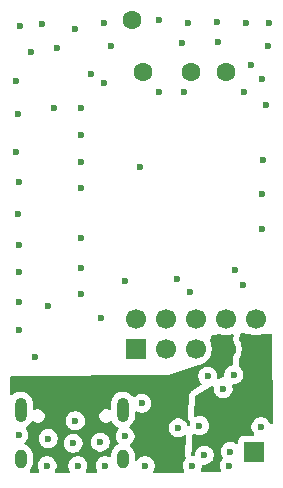
<source format=gbr>
%TF.GenerationSoftware,KiCad,Pcbnew,9.0.4*%
%TF.CreationDate,2025-09-28T00:51:42+02:00*%
%TF.ProjectId,BTM308-host-bottom,42544d33-3038-42d6-986f-73742d626f74,rev?*%
%TF.SameCoordinates,Original*%
%TF.FileFunction,Copper,L3,Inr*%
%TF.FilePolarity,Positive*%
%FSLAX46Y46*%
G04 Gerber Fmt 4.6, Leading zero omitted, Abs format (unit mm)*
G04 Created by KiCad (PCBNEW 9.0.4) date 2025-09-28 00:51:42*
%MOMM*%
%LPD*%
G01*
G04 APERTURE LIST*
%TA.AperFunction,ComponentPad*%
%ADD10R,1.700000X1.700000*%
%TD*%
%TA.AperFunction,ComponentPad*%
%ADD11C,1.700000*%
%TD*%
%TA.AperFunction,ComponentPad*%
%ADD12C,1.600000*%
%TD*%
%TA.AperFunction,HeatsinkPad*%
%ADD13O,1.000000X2.100000*%
%TD*%
%TA.AperFunction,HeatsinkPad*%
%ADD14O,1.000000X1.600000*%
%TD*%
%TA.AperFunction,ViaPad*%
%ADD15C,0.600000*%
%TD*%
G04 APERTURE END LIST*
D10*
%TO.N,AGND*%
%TO.C,J1*%
X155420000Y-85127500D03*
D11*
X155420000Y-82587500D03*
X157960000Y-85127500D03*
%TO.N,/SPK_AN*%
X157960000Y-82587500D03*
%TO.N,GND*%
X160500000Y-85127500D03*
%TO.N,/SPK_AP*%
X160500000Y-82587500D03*
%TO.N,/VCHG*%
X163040000Y-85127500D03*
%TO.N,/SPK_BP*%
X163040000Y-82587500D03*
%TO.N,/VBAT*%
X165580000Y-85127500D03*
%TO.N,/SPK_BN*%
X165580000Y-82587500D03*
%TD*%
D10*
%TO.N,GND*%
%TO.C,J4*%
X165400000Y-93800000D03*
%TD*%
%TO.N,/VBAT*%
%TO.C,J3*%
X165400000Y-88900000D03*
%TD*%
D12*
%TO.N,GND*%
%TO.C,U3*%
X155050000Y-57300000D03*
%TO.N,Net-(U3-Tip)*%
X156050000Y-61700000D03*
%TO.N,Net-(U3-Ring1)*%
X160050000Y-61700000D03*
%TO.N,unconnected-(U3-Ring2-Pad4)*%
X163050000Y-61700000D03*
%TD*%
D13*
%TO.N,GND*%
%TO.C,J2*%
X145680000Y-90267500D03*
D14*
X145680000Y-94447500D03*
D13*
X154320000Y-90267500D03*
D14*
X154320000Y-94447500D03*
%TD*%
D15*
%TO.N,GND*%
X153300000Y-59500000D03*
X164600000Y-63400000D03*
X157400000Y-63400000D03*
X154500000Y-79400000D03*
X146500000Y-60000000D03*
X145500000Y-76300000D03*
X145500000Y-81100000D03*
X145500000Y-83500000D03*
X145500000Y-71000000D03*
X156200000Y-95000000D03*
X160800000Y-91600000D03*
X166100000Y-62300000D03*
X147500000Y-57600000D03*
X145400000Y-73700000D03*
X160000000Y-80300000D03*
X163700000Y-87300000D03*
X160200000Y-95000000D03*
X166400000Y-64500000D03*
X166700000Y-57500000D03*
X151600000Y-61800000D03*
X166100000Y-72000000D03*
X148000000Y-92700000D03*
X166200000Y-69100000D03*
X150300000Y-91200000D03*
X145300000Y-68400000D03*
X162400000Y-59100000D03*
X166600000Y-59500000D03*
X164500000Y-79700000D03*
X159500000Y-63400000D03*
X146900000Y-85800000D03*
X155900000Y-89700000D03*
X150300000Y-58000000D03*
X166000000Y-91700000D03*
X145500000Y-92400000D03*
X166100000Y-75000000D03*
X163400000Y-93800000D03*
X162300000Y-57400000D03*
X159000000Y-91800000D03*
X152800000Y-95000000D03*
X145300000Y-62400000D03*
X147900000Y-95000000D03*
X164700000Y-57500000D03*
X154500000Y-92500000D03*
X162800000Y-88500000D03*
X148000000Y-81500000D03*
X159800000Y-57500000D03*
X163800000Y-78400000D03*
X152700000Y-62600000D03*
X150100000Y-93100000D03*
X150500000Y-95000000D03*
X159300000Y-59200000D03*
X145400000Y-65200000D03*
X152400000Y-93000000D03*
X158900000Y-79200000D03*
X163300000Y-95000000D03*
X145500000Y-78600000D03*
X161500000Y-87400000D03*
X148700000Y-59600000D03*
X161200000Y-94100000D03*
X145600000Y-57800000D03*
X165200000Y-61100000D03*
X157400000Y-57300000D03*
X152700000Y-57500000D03*
%TO.N,/VCHG*%
X148400000Y-90700000D03*
X156900000Y-91800000D03*
X151800000Y-90800000D03*
%TO.N,/VBAT*%
X163600000Y-91100000D03*
%TO.N,AGND*%
X148500000Y-64750000D03*
X155750000Y-69750000D03*
X150750000Y-67000000D03*
X150750000Y-78250000D03*
X152500000Y-82500000D03*
X150750000Y-69250000D03*
X150750000Y-64750000D03*
X150750000Y-71500000D03*
X150750000Y-80500000D03*
X150750000Y-75750000D03*
%TD*%
%TA.AperFunction,Conductor*%
%TO.N,/VBAT*%
G36*
X164989999Y-83816458D02*
G01*
X165043706Y-83829945D01*
X165061588Y-83839057D01*
X165263757Y-83904746D01*
X165473713Y-83938000D01*
X165473714Y-83938000D01*
X165686286Y-83938000D01*
X165686287Y-83938000D01*
X165896243Y-83904746D01*
X166077053Y-83845996D01*
X166117939Y-83839957D01*
X166839003Y-83854979D01*
X166905618Y-83876056D01*
X166950263Y-83929801D01*
X166960419Y-83978522D01*
X166986016Y-91364829D01*
X166966564Y-91431937D01*
X166913919Y-91477874D01*
X166844795Y-91488057D01*
X166781140Y-91459253D01*
X166747456Y-91412711D01*
X166709397Y-91320827D01*
X166709390Y-91320814D01*
X166621789Y-91189711D01*
X166621786Y-91189707D01*
X166510292Y-91078213D01*
X166510288Y-91078210D01*
X166379185Y-90990609D01*
X166379172Y-90990602D01*
X166233501Y-90930264D01*
X166233489Y-90930261D01*
X166078845Y-90899500D01*
X166078842Y-90899500D01*
X165921158Y-90899500D01*
X165921155Y-90899500D01*
X165766510Y-90930261D01*
X165766498Y-90930264D01*
X165620827Y-90990602D01*
X165620814Y-90990609D01*
X165489711Y-91078210D01*
X165489707Y-91078213D01*
X165378213Y-91189707D01*
X165378210Y-91189711D01*
X165290609Y-91320814D01*
X165290602Y-91320827D01*
X165230264Y-91466498D01*
X165230261Y-91466510D01*
X165199500Y-91621153D01*
X165199500Y-91778846D01*
X165230261Y-91933489D01*
X165230264Y-91933501D01*
X165290602Y-92079172D01*
X165290609Y-92079185D01*
X165378210Y-92210288D01*
X165378213Y-92210292D01*
X165405740Y-92237819D01*
X165439225Y-92299142D01*
X165434241Y-92368834D01*
X165392369Y-92424767D01*
X165326905Y-92449184D01*
X165318059Y-92449500D01*
X164502129Y-92449500D01*
X164502123Y-92449501D01*
X164442516Y-92455908D01*
X164307671Y-92506202D01*
X164307664Y-92506206D01*
X164192455Y-92592452D01*
X164192452Y-92592455D01*
X164106206Y-92707664D01*
X164106202Y-92707671D01*
X164055908Y-92842517D01*
X164049501Y-92902116D01*
X164049500Y-92902135D01*
X164049500Y-93039240D01*
X164029815Y-93106279D01*
X163977011Y-93152034D01*
X163907853Y-93161978D01*
X163856610Y-93142342D01*
X163779190Y-93090612D01*
X163779172Y-93090602D01*
X163633501Y-93030264D01*
X163633489Y-93030261D01*
X163478845Y-92999500D01*
X163478842Y-92999500D01*
X163321158Y-92999500D01*
X163321155Y-92999500D01*
X163166510Y-93030261D01*
X163166498Y-93030264D01*
X163020827Y-93090602D01*
X163020814Y-93090609D01*
X162889711Y-93178210D01*
X162889707Y-93178213D01*
X162778213Y-93289707D01*
X162778210Y-93289711D01*
X162690609Y-93420814D01*
X162690602Y-93420827D01*
X162630264Y-93566498D01*
X162630261Y-93566510D01*
X162599500Y-93721153D01*
X162599500Y-93878846D01*
X162630261Y-94033489D01*
X162630264Y-94033501D01*
X162690602Y-94179172D01*
X162690609Y-94179185D01*
X162753485Y-94273285D01*
X162774363Y-94339963D01*
X162755878Y-94407343D01*
X162738064Y-94429857D01*
X162678213Y-94489707D01*
X162678210Y-94489711D01*
X162590609Y-94620814D01*
X162590602Y-94620827D01*
X162530264Y-94766498D01*
X162530261Y-94766510D01*
X162499500Y-94921153D01*
X162499500Y-95078846D01*
X162530261Y-95233489D01*
X162530264Y-95233501D01*
X162581834Y-95358004D01*
X162589303Y-95427474D01*
X162558027Y-95489953D01*
X162497938Y-95525604D01*
X162470814Y-95529405D01*
X161016752Y-95570949D01*
X160949178Y-95553187D01*
X160901934Y-95501712D01*
X160890019Y-95432865D01*
X160907545Y-95385101D01*
X160906521Y-95384554D01*
X160909390Y-95379184D01*
X160909394Y-95379179D01*
X160969737Y-95233497D01*
X161000500Y-95078842D01*
X161000500Y-95024500D01*
X161020185Y-94957461D01*
X161072989Y-94911706D01*
X161124500Y-94900500D01*
X161278844Y-94900500D01*
X161278845Y-94900499D01*
X161433497Y-94869737D01*
X161579179Y-94809394D01*
X161710289Y-94721789D01*
X161821789Y-94610289D01*
X161909394Y-94479179D01*
X161969737Y-94333497D01*
X162000500Y-94178842D01*
X162000500Y-94021158D01*
X162000500Y-94021155D01*
X162000499Y-94021153D01*
X161969738Y-93866510D01*
X161969737Y-93866503D01*
X161909532Y-93721153D01*
X161909397Y-93720827D01*
X161909390Y-93720814D01*
X161821789Y-93589711D01*
X161821786Y-93589707D01*
X161710292Y-93478213D01*
X161710288Y-93478210D01*
X161579185Y-93390609D01*
X161579172Y-93390602D01*
X161433501Y-93330264D01*
X161433489Y-93330261D01*
X161278845Y-93299500D01*
X161278842Y-93299500D01*
X161121158Y-93299500D01*
X161121155Y-93299500D01*
X160966510Y-93330261D01*
X160966498Y-93330264D01*
X160820827Y-93390602D01*
X160820814Y-93390609D01*
X160689711Y-93478210D01*
X160689707Y-93478213D01*
X160578213Y-93589707D01*
X160578210Y-93589711D01*
X160490609Y-93720814D01*
X160490602Y-93720827D01*
X160430264Y-93866498D01*
X160430261Y-93866510D01*
X160399500Y-94021153D01*
X160399500Y-94075500D01*
X160379815Y-94142539D01*
X160327011Y-94188294D01*
X160275500Y-94199500D01*
X160218050Y-94199500D01*
X160151011Y-94179815D01*
X160105256Y-94127011D01*
X160094284Y-94067884D01*
X160125138Y-93566510D01*
X160197868Y-92384635D01*
X160221633Y-92318933D01*
X160277148Y-92276508D01*
X160346787Y-92270831D01*
X160390523Y-92289150D01*
X160420821Y-92309394D01*
X160420823Y-92309395D01*
X160420827Y-92309397D01*
X160564323Y-92368834D01*
X160566503Y-92369737D01*
X160690582Y-92394418D01*
X160721153Y-92400499D01*
X160721156Y-92400500D01*
X160721158Y-92400500D01*
X160878844Y-92400500D01*
X160878845Y-92400499D01*
X161033497Y-92369737D01*
X161179179Y-92309394D01*
X161310289Y-92221789D01*
X161421789Y-92110289D01*
X161509394Y-91979179D01*
X161569737Y-91833497D01*
X161600500Y-91678842D01*
X161600500Y-91521158D01*
X161600500Y-91521155D01*
X161600499Y-91521153D01*
X161588186Y-91459253D01*
X161569737Y-91366503D01*
X161550812Y-91320814D01*
X161509397Y-91220827D01*
X161509390Y-91220814D01*
X161421789Y-91089711D01*
X161421786Y-91089707D01*
X161310292Y-90978213D01*
X161310288Y-90978210D01*
X161179185Y-90890609D01*
X161179172Y-90890602D01*
X161033501Y-90830264D01*
X161033489Y-90830261D01*
X160878845Y-90799500D01*
X160878842Y-90799500D01*
X160721158Y-90799500D01*
X160721155Y-90799500D01*
X160566510Y-90830261D01*
X160566503Y-90830263D01*
X160469792Y-90870321D01*
X160400323Y-90877789D01*
X160337844Y-90846513D01*
X160302192Y-90786424D01*
X160298575Y-90748148D01*
X160395972Y-89165450D01*
X160419737Y-89099747D01*
X160456362Y-89066486D01*
X161821607Y-88254719D01*
X161889286Y-88237378D01*
X161955601Y-88259381D01*
X161999493Y-88313743D01*
X162007026Y-88383205D01*
X162006594Y-88385493D01*
X161999500Y-88421158D01*
X161999500Y-88578846D01*
X162030261Y-88733489D01*
X162030264Y-88733501D01*
X162090602Y-88879172D01*
X162090609Y-88879185D01*
X162178210Y-89010288D01*
X162178213Y-89010292D01*
X162289707Y-89121786D01*
X162289711Y-89121789D01*
X162420814Y-89209390D01*
X162420827Y-89209397D01*
X162566498Y-89269735D01*
X162566503Y-89269737D01*
X162721153Y-89300499D01*
X162721156Y-89300500D01*
X162721158Y-89300500D01*
X162878844Y-89300500D01*
X162878845Y-89300499D01*
X163033497Y-89269737D01*
X163179179Y-89209394D01*
X163310289Y-89121789D01*
X163421789Y-89010289D01*
X163509394Y-88879179D01*
X163569737Y-88733497D01*
X163600500Y-88578842D01*
X163600500Y-88421158D01*
X163600500Y-88421155D01*
X163600499Y-88421153D01*
X163592951Y-88383205D01*
X163569737Y-88266503D01*
X163569732Y-88266492D01*
X163567969Y-88260676D01*
X163570720Y-88259841D01*
X163564497Y-88202641D01*
X163595691Y-88140122D01*
X163655734Y-88104392D01*
X163686555Y-88100500D01*
X163778844Y-88100500D01*
X163778845Y-88100499D01*
X163933497Y-88069737D01*
X164079179Y-88009394D01*
X164210289Y-87921789D01*
X164321789Y-87810289D01*
X164409394Y-87679179D01*
X164469737Y-87533497D01*
X164500500Y-87378842D01*
X164500500Y-87221158D01*
X164500500Y-87221155D01*
X164500499Y-87221153D01*
X164469738Y-87066510D01*
X164469737Y-87066503D01*
X164450815Y-87020821D01*
X164409397Y-86920827D01*
X164409390Y-86920814D01*
X164321789Y-86789711D01*
X164321786Y-86789707D01*
X164210292Y-86678213D01*
X164210288Y-86678210D01*
X164166595Y-86649015D01*
X164121790Y-86595403D01*
X164111550Y-86541920D01*
X164130296Y-85960820D01*
X164152131Y-85894454D01*
X164153869Y-85891997D01*
X164195051Y-85835316D01*
X164291557Y-85645912D01*
X164357246Y-85443743D01*
X164390500Y-85233787D01*
X164390500Y-85021213D01*
X164357246Y-84811257D01*
X164291557Y-84609088D01*
X164195383Y-84420337D01*
X164181933Y-84360049D01*
X164196047Y-83922526D01*
X164217883Y-83856158D01*
X164272135Y-83812129D01*
X164322563Y-83802553D01*
X164989999Y-83816458D01*
G37*
%TD.AperFunction*%
%TD*%
%TA.AperFunction,Conductor*%
%TO.N,/VCHG*%
G36*
X163656128Y-83883525D02*
G01*
X163686956Y-83946226D01*
X163688708Y-83971369D01*
X163676696Y-84343757D01*
X163682966Y-84410524D01*
X163688562Y-84470118D01*
X163702012Y-84530406D01*
X163744980Y-84649830D01*
X163744982Y-84649835D01*
X163818659Y-84794435D01*
X163826105Y-84812410D01*
X163861179Y-84920354D01*
X163865721Y-84939274D01*
X163883473Y-85051352D01*
X163885000Y-85070751D01*
X163885000Y-85184247D01*
X163883473Y-85203645D01*
X163865721Y-85315724D01*
X163861179Y-85334645D01*
X163826106Y-85442586D01*
X163818660Y-85460562D01*
X163767136Y-85561683D01*
X163756975Y-85578266D01*
X163750495Y-85587185D01*
X163744914Y-85594868D01*
X163743082Y-85597422D01*
X163741118Y-85600162D01*
X163739443Y-85602531D01*
X163735912Y-85607586D01*
X163671951Y-85736471D01*
X163671950Y-85736473D01*
X163650168Y-85802678D01*
X163650115Y-85802837D01*
X163625059Y-85944517D01*
X163625059Y-85944522D01*
X163610239Y-86403892D01*
X163588402Y-86470262D01*
X163534151Y-86514291D01*
X163510497Y-86521511D01*
X163466505Y-86530262D01*
X163466498Y-86530264D01*
X163320827Y-86590602D01*
X163320814Y-86590609D01*
X163189711Y-86678210D01*
X163189707Y-86678213D01*
X163078213Y-86789707D01*
X163078210Y-86789711D01*
X162990609Y-86920814D01*
X162990602Y-86920827D01*
X162930264Y-87066498D01*
X162930261Y-87066510D01*
X162899500Y-87221153D01*
X162899500Y-87354471D01*
X162879815Y-87421510D01*
X162829864Y-87465918D01*
X162471234Y-87640859D01*
X162402351Y-87652559D01*
X162338078Y-87625161D01*
X162298820Y-87567362D01*
X162295253Y-87505219D01*
X162300500Y-87478842D01*
X162300500Y-87321155D01*
X162300499Y-87321153D01*
X162296291Y-87300000D01*
X162269737Y-87166503D01*
X162228314Y-87066498D01*
X162209397Y-87020827D01*
X162209390Y-87020814D01*
X162121789Y-86889711D01*
X162121786Y-86889707D01*
X162010292Y-86778213D01*
X162010288Y-86778210D01*
X161879185Y-86690609D01*
X161879172Y-86690602D01*
X161733501Y-86630264D01*
X161733489Y-86630261D01*
X161578845Y-86599500D01*
X161578842Y-86599500D01*
X161421158Y-86599500D01*
X161421155Y-86599500D01*
X161266510Y-86630261D01*
X161266498Y-86630264D01*
X161120827Y-86690602D01*
X161120814Y-86690609D01*
X160989711Y-86778210D01*
X160989707Y-86778213D01*
X160878213Y-86889707D01*
X160878210Y-86889711D01*
X160790609Y-87020814D01*
X160790602Y-87020827D01*
X160730264Y-87166498D01*
X160730261Y-87166510D01*
X160699500Y-87321153D01*
X160699500Y-87478846D01*
X160730261Y-87633489D01*
X160730264Y-87633501D01*
X160790602Y-87779172D01*
X160790609Y-87779185D01*
X160878210Y-87910288D01*
X160878213Y-87910292D01*
X160964407Y-87996486D01*
X160997892Y-88057809D01*
X160992908Y-88127501D01*
X160951036Y-88183434D01*
X160940099Y-88190749D01*
X160198023Y-88631984D01*
X160198015Y-88631989D01*
X160116518Y-88692272D01*
X160116515Y-88692274D01*
X160079887Y-88725538D01*
X160079886Y-88725539D01*
X160012073Y-88800847D01*
X159978225Y-88864328D01*
X159944377Y-88927808D01*
X159921665Y-88990602D01*
X159920548Y-88993689D01*
X159920225Y-88995380D01*
X159891425Y-89134402D01*
X159794028Y-90717108D01*
X159795316Y-90795694D01*
X159795316Y-90795699D01*
X159798933Y-90833970D01*
X159798935Y-90833991D01*
X159812391Y-90911428D01*
X159812395Y-90911440D01*
X159867450Y-91044357D01*
X159867456Y-91044368D01*
X159894887Y-91090602D01*
X159903105Y-91104452D01*
X159940508Y-91150867D01*
X159993382Y-91216481D01*
X159999872Y-91222524D01*
X159997778Y-91224772D01*
X160032037Y-91267265D01*
X160039521Y-91336733D01*
X160038668Y-91341027D01*
X160036307Y-91351909D01*
X160030263Y-91366503D01*
X159999500Y-91521158D01*
X159999500Y-91521609D01*
X159998178Y-91527705D01*
X159981946Y-91557474D01*
X159966228Y-91587524D01*
X159965262Y-91588073D01*
X159964731Y-91589049D01*
X159934989Y-91605312D01*
X159905512Y-91622098D01*
X159904401Y-91622038D01*
X159903428Y-91622571D01*
X159869636Y-91620174D01*
X159835743Y-91618358D01*
X159834841Y-91617707D01*
X159833733Y-91617629D01*
X159806569Y-91597320D01*
X159779071Y-91577491D01*
X159778321Y-91576201D01*
X159777774Y-91575792D01*
X159777217Y-91574302D01*
X159762435Y-91548873D01*
X159709397Y-91420827D01*
X159709390Y-91420814D01*
X159621789Y-91289711D01*
X159621786Y-91289707D01*
X159510292Y-91178213D01*
X159510288Y-91178210D01*
X159379185Y-91090609D01*
X159379172Y-91090602D01*
X159233501Y-91030264D01*
X159233489Y-91030261D01*
X159078845Y-90999500D01*
X159078842Y-90999500D01*
X158921158Y-90999500D01*
X158921155Y-90999500D01*
X158766510Y-91030261D01*
X158766498Y-91030264D01*
X158620827Y-91090602D01*
X158620814Y-91090609D01*
X158489711Y-91178210D01*
X158489707Y-91178213D01*
X158378213Y-91289707D01*
X158378210Y-91289711D01*
X158290609Y-91420814D01*
X158290602Y-91420827D01*
X158230264Y-91566498D01*
X158230261Y-91566510D01*
X158199500Y-91721153D01*
X158199500Y-91878846D01*
X158230261Y-92033489D01*
X158230264Y-92033501D01*
X158290602Y-92179172D01*
X158290609Y-92179185D01*
X158378210Y-92310288D01*
X158378213Y-92310292D01*
X158489707Y-92421786D01*
X158489711Y-92421789D01*
X158620814Y-92509390D01*
X158620827Y-92509397D01*
X158711335Y-92546886D01*
X158766503Y-92569737D01*
X158921153Y-92600499D01*
X158921156Y-92600500D01*
X158921158Y-92600500D01*
X159078844Y-92600500D01*
X159078845Y-92600499D01*
X159233497Y-92569737D01*
X159379179Y-92509394D01*
X159488769Y-92436167D01*
X159555446Y-92415290D01*
X159622826Y-92433774D01*
X159669517Y-92485753D01*
X159681426Y-92546886D01*
X159589738Y-94036838D01*
X159589737Y-94036841D01*
X159597268Y-94160107D01*
X159597268Y-94160110D01*
X159608241Y-94219243D01*
X159643279Y-94330174D01*
X159644700Y-94400030D01*
X159612720Y-94455200D01*
X159578213Y-94489708D01*
X159578208Y-94489714D01*
X159490609Y-94620814D01*
X159490602Y-94620827D01*
X159430264Y-94766498D01*
X159430261Y-94766510D01*
X159399500Y-94921153D01*
X159399500Y-95078846D01*
X159430261Y-95233489D01*
X159430264Y-95233501D01*
X159490602Y-95379172D01*
X159490611Y-95379188D01*
X159509288Y-95407141D01*
X159530165Y-95473818D01*
X159511680Y-95541198D01*
X159459700Y-95587888D01*
X159406191Y-95600030D01*
X156993737Y-95600153D01*
X156926697Y-95580472D01*
X156880939Y-95527670D01*
X156870992Y-95458512D01*
X156890631Y-95407260D01*
X156909388Y-95379188D01*
X156909391Y-95379183D01*
X156909394Y-95379179D01*
X156969737Y-95233497D01*
X157000500Y-95078842D01*
X157000500Y-94921158D01*
X157000500Y-94921155D01*
X157000499Y-94921153D01*
X156969737Y-94766503D01*
X156969735Y-94766498D01*
X156909397Y-94620827D01*
X156909390Y-94620814D01*
X156821789Y-94489711D01*
X156821786Y-94489707D01*
X156710292Y-94378213D01*
X156710288Y-94378210D01*
X156579185Y-94290609D01*
X156579172Y-94290602D01*
X156433501Y-94230264D01*
X156433489Y-94230261D01*
X156278845Y-94199500D01*
X156278842Y-94199500D01*
X156121158Y-94199500D01*
X156121155Y-94199500D01*
X155966510Y-94230261D01*
X155966498Y-94230264D01*
X155820827Y-94290602D01*
X155820814Y-94290609D01*
X155689711Y-94378210D01*
X155689707Y-94378213D01*
X155578213Y-94489707D01*
X155547602Y-94535520D01*
X155493989Y-94580324D01*
X155424664Y-94589031D01*
X155361637Y-94558876D01*
X155324918Y-94499432D01*
X155320500Y-94466628D01*
X155320500Y-94048956D01*
X155282052Y-93855670D01*
X155282051Y-93855669D01*
X155282051Y-93855665D01*
X155282049Y-93855660D01*
X155206635Y-93673592D01*
X155206628Y-93673579D01*
X155097139Y-93509718D01*
X155097136Y-93509714D01*
X154957785Y-93370363D01*
X154957741Y-93370334D01*
X154952333Y-93366720D01*
X154907528Y-93313111D01*
X154898818Y-93243787D01*
X154928970Y-93180758D01*
X154952328Y-93160516D01*
X155010289Y-93121789D01*
X155121789Y-93010289D01*
X155209394Y-92879179D01*
X155269737Y-92733497D01*
X155300500Y-92578842D01*
X155300500Y-92421158D01*
X155300500Y-92421155D01*
X155300499Y-92421153D01*
X155282419Y-92330261D01*
X155269737Y-92266503D01*
X155269735Y-92266498D01*
X155209397Y-92120827D01*
X155209390Y-92120814D01*
X155121789Y-91989711D01*
X155121786Y-91989707D01*
X155010292Y-91878213D01*
X155010288Y-91878210D01*
X154926141Y-91821984D01*
X154881336Y-91768371D01*
X154872629Y-91699046D01*
X154902784Y-91636019D01*
X154926139Y-91615781D01*
X154957782Y-91594639D01*
X155097139Y-91455282D01*
X155206632Y-91291414D01*
X155211840Y-91278842D01*
X155275140Y-91126019D01*
X155282051Y-91109335D01*
X155299893Y-91019637D01*
X155320500Y-90916043D01*
X155320500Y-90507532D01*
X155340185Y-90440493D01*
X155392989Y-90394738D01*
X155462147Y-90384794D01*
X155513391Y-90404430D01*
X155520815Y-90409390D01*
X155520821Y-90409394D01*
X155520823Y-90409395D01*
X155520827Y-90409397D01*
X155666498Y-90469735D01*
X155666503Y-90469737D01*
X155821153Y-90500499D01*
X155821156Y-90500500D01*
X155821158Y-90500500D01*
X155978844Y-90500500D01*
X155978845Y-90500499D01*
X156133497Y-90469737D01*
X156279179Y-90409394D01*
X156410289Y-90321789D01*
X156521789Y-90210289D01*
X156609394Y-90079179D01*
X156669737Y-89933497D01*
X156700500Y-89778842D01*
X156700500Y-89621158D01*
X156700500Y-89621155D01*
X156700499Y-89621153D01*
X156700062Y-89618956D01*
X156669737Y-89466503D01*
X156652824Y-89425670D01*
X156609397Y-89320827D01*
X156609390Y-89320814D01*
X156521789Y-89189711D01*
X156521786Y-89189707D01*
X156410292Y-89078213D01*
X156410288Y-89078210D01*
X156279185Y-88990609D01*
X156279172Y-88990602D01*
X156133501Y-88930264D01*
X156133489Y-88930261D01*
X155978845Y-88899500D01*
X155978842Y-88899500D01*
X155821158Y-88899500D01*
X155821155Y-88899500D01*
X155666510Y-88930261D01*
X155666498Y-88930264D01*
X155520827Y-88990602D01*
X155520814Y-88990609D01*
X155389711Y-89078210D01*
X155320562Y-89147359D01*
X155259238Y-89180843D01*
X155189547Y-89175858D01*
X155133613Y-89133987D01*
X155129792Y-89128588D01*
X155097139Y-89079718D01*
X155097137Y-89079715D01*
X154957785Y-88940363D01*
X154957781Y-88940360D01*
X154793920Y-88830871D01*
X154793907Y-88830864D01*
X154611839Y-88755450D01*
X154611829Y-88755447D01*
X154418543Y-88717000D01*
X154418541Y-88717000D01*
X154221459Y-88717000D01*
X154221457Y-88717000D01*
X154028170Y-88755447D01*
X154028160Y-88755450D01*
X153846092Y-88830864D01*
X153846079Y-88830871D01*
X153682218Y-88940360D01*
X153682214Y-88940363D01*
X153542863Y-89079714D01*
X153542860Y-89079718D01*
X153433371Y-89243579D01*
X153433364Y-89243592D01*
X153357950Y-89425660D01*
X153357947Y-89425670D01*
X153319500Y-89618956D01*
X153319500Y-90166166D01*
X153299815Y-90233205D01*
X153247011Y-90278960D01*
X153177853Y-90288904D01*
X153133501Y-90273554D01*
X153112137Y-90261219D01*
X153007584Y-90233205D01*
X152965766Y-90222000D01*
X152814234Y-90222000D01*
X152667863Y-90261219D01*
X152536635Y-90336985D01*
X152536632Y-90336987D01*
X152429487Y-90444132D01*
X152429485Y-90444135D01*
X152353719Y-90575363D01*
X152323080Y-90689711D01*
X152314500Y-90721734D01*
X152314500Y-90873266D01*
X152325962Y-90916043D01*
X152353719Y-91019636D01*
X152373020Y-91053065D01*
X152429485Y-91150865D01*
X152536635Y-91258015D01*
X152667865Y-91333781D01*
X152814234Y-91373000D01*
X152814236Y-91373000D01*
X152965764Y-91373000D01*
X152965766Y-91373000D01*
X153112135Y-91333781D01*
X153243365Y-91258015D01*
X153243374Y-91258005D01*
X153249488Y-91253315D01*
X153314656Y-91228117D01*
X153383101Y-91242150D01*
X153429025Y-91286988D01*
X153429983Y-91286349D01*
X153433009Y-91290878D01*
X153433094Y-91290961D01*
X153433228Y-91291206D01*
X153542860Y-91455281D01*
X153542863Y-91455285D01*
X153682214Y-91594636D01*
X153682218Y-91594639D01*
X153846079Y-91704128D01*
X153846088Y-91704133D01*
X153899283Y-91726167D01*
X153953686Y-91770008D01*
X153975751Y-91836302D01*
X153958472Y-91904001D01*
X153939512Y-91928409D01*
X153878210Y-91989711D01*
X153790609Y-92120814D01*
X153790602Y-92120827D01*
X153730264Y-92266498D01*
X153730261Y-92266510D01*
X153699500Y-92421153D01*
X153699500Y-92578846D01*
X153730261Y-92733489D01*
X153730264Y-92733501D01*
X153790602Y-92879172D01*
X153790609Y-92879185D01*
X153878210Y-93010288D01*
X153878213Y-93010292D01*
X153914763Y-93046842D01*
X153948248Y-93108165D01*
X153943264Y-93177857D01*
X153901392Y-93233790D01*
X153874534Y-93249084D01*
X153846092Y-93260864D01*
X153846079Y-93260871D01*
X153682218Y-93370360D01*
X153682214Y-93370363D01*
X153542863Y-93509714D01*
X153542860Y-93509718D01*
X153433371Y-93673579D01*
X153433364Y-93673592D01*
X153357950Y-93855660D01*
X153357947Y-93855670D01*
X153319500Y-94048956D01*
X153319500Y-94163149D01*
X153299815Y-94230188D01*
X153247011Y-94275943D01*
X153177853Y-94285887D01*
X153148048Y-94277711D01*
X153094876Y-94255687D01*
X153033497Y-94230263D01*
X153033492Y-94230262D01*
X153033489Y-94230261D01*
X152878845Y-94199500D01*
X152878842Y-94199500D01*
X152721158Y-94199500D01*
X152721155Y-94199500D01*
X152566510Y-94230261D01*
X152566498Y-94230264D01*
X152420827Y-94290602D01*
X152420814Y-94290609D01*
X152289711Y-94378210D01*
X152289707Y-94378213D01*
X152178213Y-94489707D01*
X152178210Y-94489711D01*
X152090609Y-94620814D01*
X152090602Y-94620827D01*
X152030264Y-94766498D01*
X152030261Y-94766510D01*
X151999500Y-94921153D01*
X151999500Y-95078846D01*
X152030261Y-95233489D01*
X152030264Y-95233501D01*
X152090602Y-95379172D01*
X152090608Y-95379183D01*
X152109542Y-95407520D01*
X152130419Y-95474198D01*
X152111934Y-95541578D01*
X152059954Y-95588268D01*
X152006445Y-95600410D01*
X151293541Y-95600446D01*
X151226501Y-95580765D01*
X151180743Y-95527963D01*
X151170796Y-95458805D01*
X151190433Y-95407554D01*
X151209394Y-95379179D01*
X151269737Y-95233497D01*
X151300500Y-95078842D01*
X151300500Y-94921158D01*
X151300500Y-94921155D01*
X151300499Y-94921153D01*
X151269737Y-94766503D01*
X151269735Y-94766498D01*
X151209397Y-94620827D01*
X151209390Y-94620814D01*
X151121789Y-94489711D01*
X151121786Y-94489707D01*
X151010292Y-94378213D01*
X151010288Y-94378210D01*
X150879185Y-94290609D01*
X150879172Y-94290602D01*
X150733501Y-94230264D01*
X150733489Y-94230261D01*
X150578845Y-94199500D01*
X150578842Y-94199500D01*
X150421158Y-94199500D01*
X150421155Y-94199500D01*
X150266510Y-94230261D01*
X150266498Y-94230264D01*
X150120827Y-94290602D01*
X150120814Y-94290609D01*
X149989711Y-94378210D01*
X149989707Y-94378213D01*
X149878213Y-94489707D01*
X149878210Y-94489711D01*
X149790609Y-94620814D01*
X149790602Y-94620827D01*
X149730264Y-94766498D01*
X149730261Y-94766510D01*
X149699500Y-94921153D01*
X149699500Y-95078846D01*
X149730261Y-95233489D01*
X149730264Y-95233501D01*
X149790602Y-95379172D01*
X149790608Y-95379183D01*
X149809621Y-95407638D01*
X149830498Y-95474316D01*
X149812013Y-95541696D01*
X149760034Y-95588385D01*
X149706524Y-95600528D01*
X148693452Y-95600580D01*
X148626412Y-95580899D01*
X148580654Y-95528097D01*
X148570707Y-95458939D01*
X148590344Y-95407688D01*
X148609394Y-95379179D01*
X148669737Y-95233497D01*
X148700500Y-95078842D01*
X148700500Y-94921158D01*
X148700500Y-94921155D01*
X148700499Y-94921153D01*
X148669737Y-94766503D01*
X148669735Y-94766498D01*
X148609397Y-94620827D01*
X148609390Y-94620814D01*
X148521789Y-94489711D01*
X148521786Y-94489707D01*
X148410292Y-94378213D01*
X148410288Y-94378210D01*
X148279185Y-94290609D01*
X148279172Y-94290602D01*
X148133501Y-94230264D01*
X148133489Y-94230261D01*
X147978845Y-94199500D01*
X147978842Y-94199500D01*
X147821158Y-94199500D01*
X147821155Y-94199500D01*
X147666510Y-94230261D01*
X147666498Y-94230264D01*
X147520827Y-94290602D01*
X147520814Y-94290609D01*
X147389711Y-94378210D01*
X147389707Y-94378213D01*
X147278213Y-94489707D01*
X147278210Y-94489711D01*
X147190609Y-94620814D01*
X147190602Y-94620827D01*
X147130264Y-94766498D01*
X147130261Y-94766510D01*
X147099500Y-94921153D01*
X147099500Y-95078846D01*
X147130261Y-95233489D01*
X147130264Y-95233501D01*
X147190602Y-95379172D01*
X147190608Y-95379183D01*
X147209710Y-95407771D01*
X147230587Y-95474448D01*
X147212102Y-95541828D01*
X147160123Y-95588518D01*
X147106613Y-95600661D01*
X146541099Y-95600690D01*
X146474059Y-95581009D01*
X146428301Y-95528207D01*
X146418354Y-95459049D01*
X146447376Y-95395492D01*
X146453403Y-95389017D01*
X146457139Y-95385282D01*
X146566632Y-95221414D01*
X146642051Y-95039335D01*
X146680500Y-94846041D01*
X146680500Y-94048959D01*
X146680500Y-94048956D01*
X146642052Y-93855670D01*
X146642051Y-93855669D01*
X146642051Y-93855665D01*
X146642049Y-93855660D01*
X146566635Y-93673592D01*
X146566628Y-93673579D01*
X146457139Y-93509718D01*
X146457136Y-93509714D01*
X146317785Y-93370363D01*
X146317781Y-93370360D01*
X146153920Y-93260871D01*
X146153910Y-93260866D01*
X146054754Y-93219794D01*
X146000351Y-93175953D01*
X145978286Y-93109658D01*
X145995565Y-93041959D01*
X146014522Y-93017555D01*
X146121789Y-92910289D01*
X146209394Y-92779179D01*
X146269737Y-92633497D01*
X146272192Y-92621153D01*
X147199500Y-92621153D01*
X147199500Y-92778846D01*
X147230261Y-92933489D01*
X147230264Y-92933501D01*
X147290602Y-93079172D01*
X147290609Y-93079185D01*
X147378210Y-93210288D01*
X147378213Y-93210292D01*
X147489707Y-93321786D01*
X147489711Y-93321789D01*
X147620814Y-93409390D01*
X147620827Y-93409397D01*
X147746798Y-93461575D01*
X147766503Y-93469737D01*
X147921153Y-93500499D01*
X147921156Y-93500500D01*
X147921158Y-93500500D01*
X148078844Y-93500500D01*
X148078845Y-93500499D01*
X148233497Y-93469737D01*
X148379179Y-93409394D01*
X148510289Y-93321789D01*
X148621789Y-93210289D01*
X148709394Y-93079179D01*
X148717387Y-93059882D01*
X148733429Y-93021153D01*
X149299500Y-93021153D01*
X149299500Y-93178846D01*
X149330261Y-93333489D01*
X149330264Y-93333501D01*
X149390602Y-93479172D01*
X149390609Y-93479185D01*
X149478210Y-93610288D01*
X149478213Y-93610292D01*
X149589707Y-93721786D01*
X149589711Y-93721789D01*
X149720814Y-93809390D01*
X149720827Y-93809397D01*
X149832530Y-93855665D01*
X149866503Y-93869737D01*
X150021153Y-93900499D01*
X150021156Y-93900500D01*
X150021158Y-93900500D01*
X150178844Y-93900500D01*
X150178845Y-93900499D01*
X150333497Y-93869737D01*
X150479179Y-93809394D01*
X150610289Y-93721789D01*
X150721789Y-93610289D01*
X150809394Y-93479179D01*
X150869737Y-93333497D01*
X150900500Y-93178842D01*
X150900500Y-93021158D01*
X150900500Y-93021155D01*
X150884209Y-92939258D01*
X150884209Y-92939257D01*
X150880608Y-92921153D01*
X151599500Y-92921153D01*
X151599500Y-93078846D01*
X151630261Y-93233489D01*
X151630264Y-93233501D01*
X151690602Y-93379172D01*
X151690609Y-93379185D01*
X151778210Y-93510288D01*
X151778213Y-93510292D01*
X151889707Y-93621786D01*
X151889711Y-93621789D01*
X152020814Y-93709390D01*
X152020827Y-93709397D01*
X152166498Y-93769735D01*
X152166503Y-93769737D01*
X152321153Y-93800499D01*
X152321156Y-93800500D01*
X152321158Y-93800500D01*
X152478844Y-93800500D01*
X152478845Y-93800499D01*
X152633497Y-93769737D01*
X152779179Y-93709394D01*
X152910289Y-93621789D01*
X153021789Y-93510289D01*
X153109394Y-93379179D01*
X153169737Y-93233497D01*
X153200500Y-93078842D01*
X153200500Y-92921158D01*
X153200500Y-92921155D01*
X153200499Y-92921153D01*
X153189627Y-92866498D01*
X153169737Y-92766503D01*
X153150812Y-92720814D01*
X153109397Y-92620827D01*
X153109390Y-92620814D01*
X153021789Y-92489711D01*
X153021786Y-92489707D01*
X152910292Y-92378213D01*
X152910288Y-92378210D01*
X152779185Y-92290609D01*
X152779172Y-92290602D01*
X152633501Y-92230264D01*
X152633489Y-92230261D01*
X152478845Y-92199500D01*
X152478842Y-92199500D01*
X152321158Y-92199500D01*
X152321155Y-92199500D01*
X152166510Y-92230261D01*
X152166498Y-92230264D01*
X152020827Y-92290602D01*
X152020814Y-92290609D01*
X151889711Y-92378210D01*
X151889707Y-92378213D01*
X151778213Y-92489707D01*
X151778210Y-92489711D01*
X151690609Y-92620814D01*
X151690602Y-92620827D01*
X151630264Y-92766498D01*
X151630261Y-92766510D01*
X151599500Y-92921153D01*
X150880608Y-92921153D01*
X150878446Y-92910287D01*
X150869737Y-92866503D01*
X150833569Y-92779185D01*
X150809397Y-92720827D01*
X150809390Y-92720814D01*
X150721789Y-92589711D01*
X150721786Y-92589707D01*
X150610292Y-92478213D01*
X150610288Y-92478210D01*
X150479185Y-92390609D01*
X150479172Y-92390602D01*
X150333501Y-92330264D01*
X150333489Y-92330261D01*
X150178845Y-92299500D01*
X150178842Y-92299500D01*
X150021158Y-92299500D01*
X150021155Y-92299500D01*
X149866510Y-92330261D01*
X149866498Y-92330264D01*
X149720827Y-92390602D01*
X149720814Y-92390609D01*
X149589711Y-92478210D01*
X149589707Y-92478213D01*
X149478213Y-92589707D01*
X149478210Y-92589711D01*
X149390609Y-92720814D01*
X149390602Y-92720827D01*
X149330264Y-92866498D01*
X149330261Y-92866510D01*
X149299500Y-93021153D01*
X148733429Y-93021153D01*
X148755603Y-92967621D01*
X148755605Y-92967614D01*
X148769737Y-92933497D01*
X148800500Y-92778842D01*
X148800500Y-92621158D01*
X148800500Y-92621155D01*
X148800499Y-92621153D01*
X148794244Y-92589707D01*
X148769737Y-92466503D01*
X148750955Y-92421158D01*
X148709397Y-92320827D01*
X148709390Y-92320814D01*
X148621789Y-92189711D01*
X148621786Y-92189707D01*
X148510292Y-92078213D01*
X148510288Y-92078210D01*
X148379185Y-91990609D01*
X148379172Y-91990602D01*
X148233501Y-91930264D01*
X148233489Y-91930261D01*
X148078845Y-91899500D01*
X148078842Y-91899500D01*
X147921158Y-91899500D01*
X147921155Y-91899500D01*
X147766510Y-91930261D01*
X147766498Y-91930264D01*
X147620827Y-91990602D01*
X147620814Y-91990609D01*
X147489711Y-92078210D01*
X147489707Y-92078213D01*
X147378213Y-92189707D01*
X147378210Y-92189711D01*
X147290609Y-92320814D01*
X147290602Y-92320827D01*
X147230264Y-92466498D01*
X147230261Y-92466510D01*
X147199500Y-92621153D01*
X146272192Y-92621153D01*
X146272257Y-92620827D01*
X146278216Y-92590874D01*
X146278216Y-92590873D01*
X146300499Y-92478846D01*
X146300500Y-92478844D01*
X146300500Y-92321155D01*
X146300499Y-92321153D01*
X146282419Y-92230261D01*
X146269737Y-92166503D01*
X146238392Y-92090828D01*
X146209397Y-92020827D01*
X146209390Y-92020814D01*
X146121788Y-91889709D01*
X146121577Y-91889452D01*
X146121508Y-91889290D01*
X146118405Y-91884646D01*
X146119285Y-91884057D01*
X146094262Y-91825143D01*
X146106052Y-91756275D01*
X146149604Y-91708648D01*
X146148848Y-91707517D01*
X146317782Y-91594639D01*
X146457139Y-91455282D01*
X146570017Y-91286348D01*
X146571474Y-91287321D01*
X146614595Y-91243403D01*
X146682729Y-91227926D01*
X146748414Y-91251742D01*
X146750502Y-91253309D01*
X146756632Y-91258012D01*
X146756635Y-91258015D01*
X146887865Y-91333781D01*
X147034234Y-91373000D01*
X147034236Y-91373000D01*
X147185764Y-91373000D01*
X147185766Y-91373000D01*
X147332135Y-91333781D01*
X147463365Y-91258015D01*
X147570515Y-91150865D01*
X147587669Y-91121153D01*
X149499500Y-91121153D01*
X149499500Y-91278846D01*
X149530261Y-91433489D01*
X149530264Y-91433501D01*
X149590602Y-91579172D01*
X149590609Y-91579185D01*
X149678210Y-91710288D01*
X149678213Y-91710292D01*
X149789707Y-91821786D01*
X149789711Y-91821789D01*
X149920814Y-91909390D01*
X149920827Y-91909397D01*
X150023819Y-91952057D01*
X150066503Y-91969737D01*
X150196313Y-91995558D01*
X150221153Y-92000499D01*
X150221156Y-92000500D01*
X150221158Y-92000500D01*
X150378844Y-92000500D01*
X150378845Y-92000499D01*
X150533497Y-91969737D01*
X150679179Y-91909394D01*
X150810289Y-91821789D01*
X150921789Y-91710289D01*
X151009394Y-91579179D01*
X151069737Y-91433497D01*
X151100500Y-91278842D01*
X151100500Y-91121158D01*
X151100500Y-91121155D01*
X151100499Y-91121153D01*
X151080306Y-91019636D01*
X151069737Y-90966503D01*
X151048835Y-90916041D01*
X151009397Y-90820827D01*
X151009390Y-90820814D01*
X150921789Y-90689711D01*
X150921786Y-90689707D01*
X150810292Y-90578213D01*
X150810288Y-90578210D01*
X150679185Y-90490609D01*
X150679172Y-90490602D01*
X150533501Y-90430264D01*
X150533489Y-90430261D01*
X150378845Y-90399500D01*
X150378842Y-90399500D01*
X150221158Y-90399500D01*
X150221155Y-90399500D01*
X150066510Y-90430261D01*
X150066498Y-90430264D01*
X149920827Y-90490602D01*
X149920814Y-90490609D01*
X149789711Y-90578210D01*
X149789707Y-90578213D01*
X149678213Y-90689707D01*
X149678210Y-90689711D01*
X149590609Y-90820814D01*
X149590602Y-90820827D01*
X149530264Y-90966498D01*
X149530261Y-90966510D01*
X149499500Y-91121153D01*
X147587669Y-91121153D01*
X147646281Y-91019635D01*
X147685500Y-90873266D01*
X147685500Y-90721734D01*
X147646281Y-90575365D01*
X147570515Y-90444135D01*
X147463365Y-90336985D01*
X147380087Y-90288904D01*
X147332136Y-90261219D01*
X147227584Y-90233205D01*
X147185766Y-90222000D01*
X147034234Y-90222000D01*
X146887862Y-90261219D01*
X146866499Y-90273554D01*
X146798598Y-90290025D01*
X146732572Y-90267173D01*
X146689382Y-90212251D01*
X146680500Y-90166166D01*
X146680500Y-89618956D01*
X146642052Y-89425670D01*
X146642051Y-89425669D01*
X146642051Y-89425665D01*
X146580248Y-89276458D01*
X146566635Y-89243592D01*
X146566628Y-89243579D01*
X146457139Y-89079718D01*
X146457136Y-89079714D01*
X146317785Y-88940363D01*
X146317781Y-88940360D01*
X146153920Y-88830871D01*
X146153907Y-88830864D01*
X145971839Y-88755450D01*
X145971829Y-88755447D01*
X145778543Y-88717000D01*
X145778541Y-88717000D01*
X145581459Y-88717000D01*
X145581457Y-88717000D01*
X145388170Y-88755447D01*
X145388160Y-88755450D01*
X145206092Y-88830864D01*
X145206079Y-88830871D01*
X145042218Y-88940360D01*
X145042213Y-88940364D01*
X144993113Y-88989464D01*
X144931790Y-89022948D01*
X144862098Y-89017963D01*
X144806165Y-88976092D01*
X144781749Y-88910627D01*
X144781442Y-88900266D01*
X144798496Y-87521546D01*
X144819009Y-87454757D01*
X144872375Y-87409659D01*
X144921554Y-87399086D01*
X158100000Y-87300000D01*
X160700000Y-86507500D01*
X160719999Y-86490042D01*
X160720163Y-86490230D01*
X160740182Y-86467261D01*
X160787521Y-86449295D01*
X160816243Y-86444746D01*
X161018412Y-86379057D01*
X161207816Y-86282551D01*
X161229789Y-86266586D01*
X161379786Y-86157609D01*
X161379788Y-86157606D01*
X161379792Y-86157604D01*
X161530104Y-86007292D01*
X161530106Y-86007288D01*
X161530109Y-86007286D01*
X161655048Y-85835320D01*
X161655047Y-85835320D01*
X161655051Y-85835316D01*
X161751557Y-85645912D01*
X161817246Y-85443743D01*
X161850500Y-85233787D01*
X161850500Y-85021213D01*
X161817246Y-84811257D01*
X161751557Y-84609088D01*
X161685371Y-84479192D01*
X161672476Y-84410524D01*
X161683211Y-84371063D01*
X161868234Y-83969023D01*
X161914143Y-83916354D01*
X161975921Y-83896963D01*
X162598293Y-83872068D01*
X162641552Y-83878035D01*
X162723757Y-83904746D01*
X162933713Y-83938000D01*
X162933714Y-83938000D01*
X163146286Y-83938000D01*
X163146287Y-83938000D01*
X163356243Y-83904746D01*
X163526456Y-83849439D01*
X163596295Y-83847445D01*
X163656128Y-83883525D01*
G37*
%TD.AperFunction*%
%TD*%
M02*

</source>
